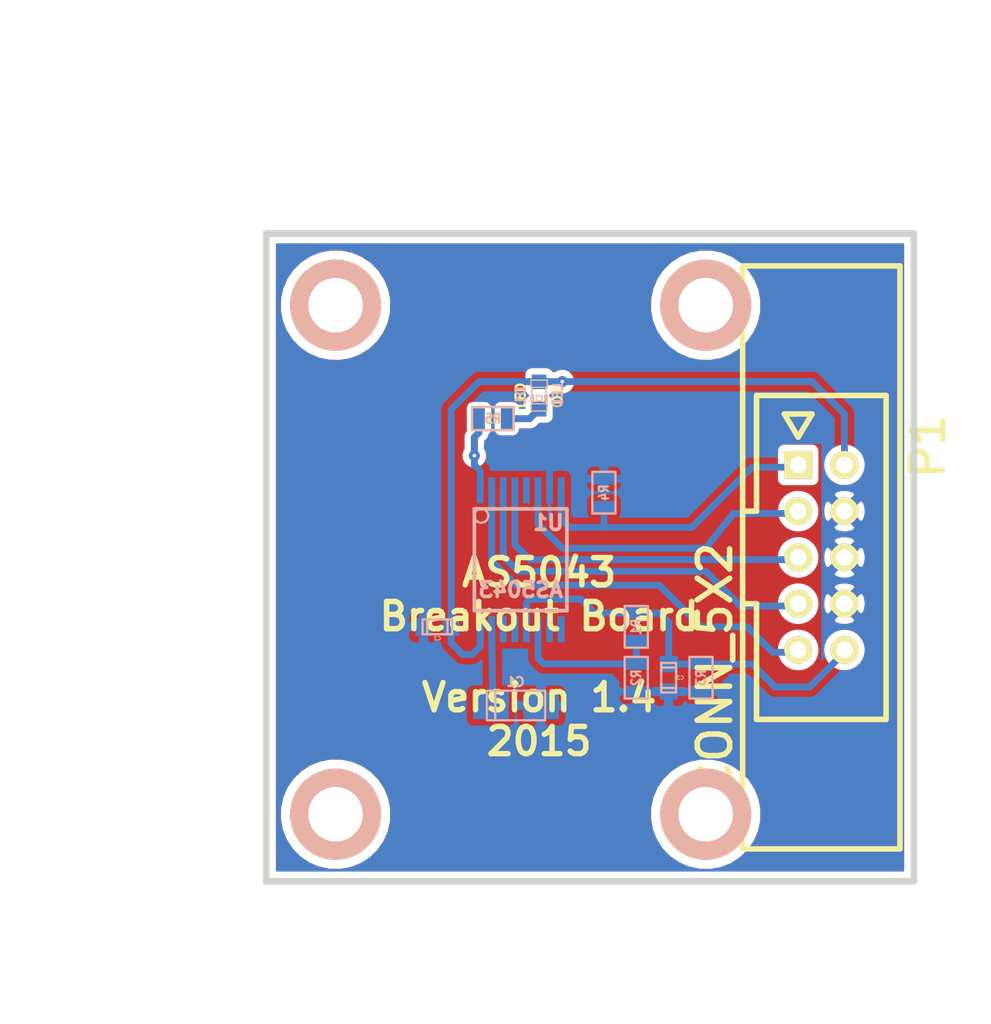
<source format=kicad_pcb>
(kicad_pcb (version 4) (host pcbnew "(2015-11-02 BZR 6290)-product")
  (title_block (date "22 jul 2012"))
  (layers (0 Front signal hide) (31 Back signal) (34 B.Paste user) (35 F.Paste user) (36 B.SilkS user) (37 F.SilkS user hide) (38 B.Mask user) (39 F.Mask user) (44 Edge.Cuts user))
  (net 0 "")
  (net 1 +5V)
  (net 2 /CLK)
  (net 3 /CS)
  (net 4 /DO)
  (net 5 /MODE)
  (net 6 /PROG)
  (net 7 GND)
  (net 8 "Net-(C1-Pad1)")
  (net 9 "Net-(C3-Pad1)")
  (net 10 "Net-(D1-Pad2)")
  (net 11 "Net-(D2-Pad2)")
  (net 12 "Net-(R1-Pad2)")
  (net 13 "Net-(R5-Pad2)")
  (net 14 "Net-(U1-Pad10)")
  (net 15 "Net-(U1-Pad9)")
  (module 1pin (layer Front) (at 55.88 34.925)
    (fp_text reference "" (at 0 -3.048) (layer F.SilkS) (effects (font (size 1.016 1.016) (thickness 0.254))))
    (fp_text value P*** hide)
    (fp_circle (center 0 0) (end 0 -2.286) (layer F.SilkS) (width 0.381))
    (pad 1 thru_hole circle (at 0 -0.00254) (size 5.00126 5.00126) (drill 2.99466) (layers *.Cu *.SilkS *.Mask) (clearance 0.50038))
  )
  (module 1pin (layer Front) (at 35.56 34.925)
    (fp_text reference "" (at 0 -3.048) (layer F.SilkS) (effects (font (size 1.016 1.016) (thickness 0.254))))
    (fp_text value P*** hide)
    (fp_circle (center 0 0) (end 0 -2.286) (layer F.SilkS) (width 0.381))
    (pad 1 thru_hole circle (at 0 -0.00254) (size 5.00126 5.00126) (drill 2.99466) (layers *.Cu *.SilkS *.Mask) (clearance 0.50038))
  )
  (module 1pin (layer Front) (at 55.88 62.865)
    (fp_text reference "" (at 0 -3.048) (layer F.SilkS) (effects (font (size 1.016 1.016) (thickness 0.254))))
    (fp_text value P*** hide)
    (fp_circle (center 0 0) (end 0 -2.286) (layer F.SilkS) (width 0.381))
    (pad 1 thru_hole circle (at 0 0) (size 5.00126 5.00126) (drill 2.99466) (layers *.Cu *.SilkS *.Mask) (clearance 0.50038))
  )
  (module 1pin (layer Front) (at 35.56 62.865)
    (fp_text reference "" (at 0 -3.048) (layer F.SilkS) (effects (font (size 1.016 1.016) (thickness 0.254))))
    (fp_text value P*** hide)
    (fp_circle (center 0 0) (end 0 -2.286) (layer F.SilkS) (width 0.381))
    (pad 1 thru_hole circle (at 0 0) (size 5.00126 5.00126) (drill 2.99466) (layers *.Cu *.SilkS *.Mask) (clearance 0.50038))
  )
  (module smd_capacitors:c_tant_A (layer Back) (at 45.466 56.896 180)
    (fp_text reference C1 (at 0.0254 1.2954 180) (layer B.SilkS) (effects (font (size 0.50038 0.50038) (thickness 0.11938)) (justify mirror)))
    (fp_text value 5uF hide)
    (fp_line (start 1.143 -0.8128) (end 1.143 0.8128) (layer B.SilkS) (width 0.127))
    (fp_line (start -1.6002 0.8128) (end -1.6002 -0.8128) (layer B.SilkS) (width 0.127))
    (fp_line (start -1.6002 -0.8128) (end 1.6002 -0.8128) (layer B.SilkS) (width 0.127))
    (fp_line (start 1.6002 -0.8128) (end 1.6002 0.8128) (layer B.SilkS) (width 0.127))
    (fp_line (start 1.6002 0.8128) (end -1.6002 0.8128) (layer B.SilkS) (width 0.127))
    (pad 1 smd rect (at 1.37414 0 180) (size 1.95072 1.50114) (layers Back B.Paste B.Mask) (net 8 "Net-(C1-Pad1)"))
    (pad 2 smd rect (at -1.37414 0 180) (size 1.95072 1.50114) (layers Back B.Paste B.Mask) (net 7 GND))
  )
  (module smd_capacitors:c_0603 (layer Back) (at 41.148 52.578)
    (fp_text reference C2 (at 0 0.635) (layer B.SilkS) (effects (font (size 0.20066 0.20066) (thickness 0.04064)) (justify mirror)))
    (fp_text value 100nF hide)
    (fp_line (start 0.5588 -0.4064) (end 0.5588 0.4064) (layer B.SilkS) (width 0.127))
    (fp_line (start -0.5588 0.381) (end -0.5588 -0.4064) (layer B.SilkS) (width 0.127))
    (fp_line (start -0.8128 0.4064) (end 0.8128 0.4064) (layer B.SilkS) (width 0.127))
    (fp_line (start 0.8128 0.4064) (end 0.8128 -0.4064) (layer B.SilkS) (width 0.127))
    (fp_line (start 0.8128 -0.4064) (end -0.8128 -0.4064) (layer B.SilkS) (width 0.127))
    (fp_line (start -0.8128 -0.4064) (end -0.8128 0.4064) (layer B.SilkS) (width 0.127))
    (pad 1 smd rect (at 0.75184 0) (size 0.89916 1.00076) (layers Back B.Paste B.Mask) (net 1 +5V))
    (pad 2 smd rect (at -0.75184 0) (size 0.89916 1.00076) (layers Back B.Paste B.Mask) (net 7 GND))
  )
  (module smd_capacitors:c_0603 (layer Back) (at 53.848 55.372 90)
    (fp_text reference C3 (at 0 0.635 360) (layer B.SilkS) (effects (font (size 0.20066 0.20066) (thickness 0.04064)) (justify mirror)))
    (fp_text value 100pf hide)
    (fp_line (start 0.5588 -0.4064) (end 0.5588 0.4064) (layer B.SilkS) (width 0.127))
    (fp_line (start -0.5588 0.381) (end -0.5588 -0.4064) (layer B.SilkS) (width 0.127))
    (fp_line (start -0.8128 0.4064) (end 0.8128 0.4064) (layer B.SilkS) (width 0.127))
    (fp_line (start 0.8128 0.4064) (end 0.8128 -0.4064) (layer B.SilkS) (width 0.127))
    (fp_line (start 0.8128 -0.4064) (end -0.8128 -0.4064) (layer B.SilkS) (width 0.127))
    (fp_line (start -0.8128 -0.4064) (end -0.8128 0.4064) (layer B.SilkS) (width 0.127))
    (pad 1 smd rect (at 0.75184 0 90) (size 0.89916 1.00076) (layers Back B.Paste B.Mask) (net 9 "Net-(C3-Pad1)"))
    (pad 2 smd rect (at -0.75184 0 90) (size 0.89916 1.00076) (layers Back B.Paste B.Mask) (net 7 GND))
  )
  (module led:LED-0603 (layer Back) (at 46.736 39.878 270)
    (fp_text reference D1 (at 0 1.016 270) (layer B.SilkS) (effects (font (size 0.508 0.508) (thickness 0.127)) (justify mirror)))
    (fp_text value LED (at 0 -1.016 270) (layer B.SilkS) (effects (font (size 0.508 0.508) (thickness 0.127)) (justify mirror)))
    (fp_line (start 0.44958 0.44958) (end 0.44958 -0.44958) (layer B.SilkS) (width 0.06604))
    (fp_line (start 0.44958 -0.44958) (end 0.84836 -0.44958) (layer B.SilkS) (width 0.06604))
    (fp_line (start 0.84836 0.44958) (end 0.84836 -0.44958) (layer B.SilkS) (width 0.06604))
    (fp_line (start 0.44958 0.44958) (end 0.84836 0.44958) (layer B.SilkS) (width 0.06604))
    (fp_line (start -0.84836 0.44958) (end -0.84836 -0.44958) (layer B.SilkS) (width 0.06604))
    (fp_line (start -0.84836 -0.44958) (end -0.44958 -0.44958) (layer B.SilkS) (width 0.06604))
    (fp_line (start -0.44958 0.44958) (end -0.44958 -0.44958) (layer B.SilkS) (width 0.06604))
    (fp_line (start -0.84836 0.44958) (end -0.44958 0.44958) (layer B.SilkS) (width 0.06604))
    (fp_line (start 0 0.44958) (end 0 0.29972) (layer B.SilkS) (width 0.06604))
    (fp_line (start 0 0.29972) (end 0.29972 0.29972) (layer B.SilkS) (width 0.06604))
    (fp_line (start 0.29972 0.44958) (end 0.29972 0.29972) (layer B.SilkS) (width 0.06604))
    (fp_line (start 0 0.44958) (end 0.29972 0.44958) (layer B.SilkS) (width 0.06604))
    (fp_line (start 0 -0.29972) (end 0 -0.44958) (layer B.SilkS) (width 0.06604))
    (fp_line (start 0 -0.44958) (end 0.29972 -0.44958) (layer B.SilkS) (width 0.06604))
    (fp_line (start 0.29972 -0.29972) (end 0.29972 -0.44958) (layer B.SilkS) (width 0.06604))
    (fp_line (start 0 -0.29972) (end 0.29972 -0.29972) (layer B.SilkS) (width 0.06604))
    (fp_line (start 0 0.14986) (end 0 -0.14986) (layer B.SilkS) (width 0.06604))
    (fp_line (start 0 -0.14986) (end 0.29972 -0.14986) (layer B.SilkS) (width 0.06604))
    (fp_line (start 0.29972 0.14986) (end 0.29972 -0.14986) (layer B.SilkS) (width 0.06604))
    (fp_line (start 0 0.14986) (end 0.29972 0.14986) (layer B.SilkS) (width 0.06604))
    (fp_line (start 0.44958 0.39878) (end -0.44958 0.39878) (layer B.SilkS) (width 0.1016))
    (fp_line (start 0.44958 -0.39878) (end -0.44958 -0.39878) (layer B.SilkS) (width 0.1016))
    (pad 1 smd rect (at -0.7493 0 270) (size 0.79756 0.79756) (layers Back B.Paste B.Mask) (net 1 +5V))
    (pad 2 smd rect (at 0.7493 0 270) (size 0.79756 0.79756) (layers Back B.Paste B.Mask) (net 10 "Net-(D1-Pad2)"))
  )
  (module led:LED-0603 (layer Front) (at 46.73346 39.878 270)
    (fp_text reference D2 (at 0 -1.016 270) (layer F.SilkS) (effects (font (size 0.508 0.508) (thickness 0.127))))
    (fp_text value LED (at 0 1.016 270) (layer F.SilkS) (effects (font (size 0.508 0.508) (thickness 0.127))))
    (fp_line (start 0.44958 -0.44958) (end 0.44958 0.44958) (layer F.SilkS) (width 0.06604))
    (fp_line (start 0.44958 0.44958) (end 0.84836 0.44958) (layer F.SilkS) (width 0.06604))
    (fp_line (start 0.84836 -0.44958) (end 0.84836 0.44958) (layer F.SilkS) (width 0.06604))
    (fp_line (start 0.44958 -0.44958) (end 0.84836 -0.44958) (layer F.SilkS) (width 0.06604))
    (fp_line (start -0.84836 -0.44958) (end -0.84836 0.44958) (layer F.SilkS) (width 0.06604))
    (fp_line (start -0.84836 0.44958) (end -0.44958 0.44958) (layer F.SilkS) (width 0.06604))
    (fp_line (start -0.44958 -0.44958) (end -0.44958 0.44958) (layer F.SilkS) (width 0.06604))
    (fp_line (start -0.84836 -0.44958) (end -0.44958 -0.44958) (layer F.SilkS) (width 0.06604))
    (fp_line (start 0 -0.44958) (end 0 -0.29972) (layer F.SilkS) (width 0.06604))
    (fp_line (start 0 -0.29972) (end 0.29972 -0.29972) (layer F.SilkS) (width 0.06604))
    (fp_line (start 0.29972 -0.44958) (end 0.29972 -0.29972) (layer F.SilkS) (width 0.06604))
    (fp_line (start 0 -0.44958) (end 0.29972 -0.44958) (layer F.SilkS) (width 0.06604))
    (fp_line (start 0 0.29972) (end 0 0.44958) (layer F.SilkS) (width 0.06604))
    (fp_line (start 0 0.44958) (end 0.29972 0.44958) (layer F.SilkS) (width 0.06604))
    (fp_line (start 0.29972 0.29972) (end 0.29972 0.44958) (layer F.SilkS) (width 0.06604))
    (fp_line (start 0 0.29972) (end 0.29972 0.29972) (layer F.SilkS) (width 0.06604))
    (fp_line (start 0 -0.14986) (end 0 0.14986) (layer F.SilkS) (width 0.06604))
    (fp_line (start 0 0.14986) (end 0.29972 0.14986) (layer F.SilkS) (width 0.06604))
    (fp_line (start 0.29972 -0.14986) (end 0.29972 0.14986) (layer F.SilkS) (width 0.06604))
    (fp_line (start 0 -0.14986) (end 0.29972 -0.14986) (layer F.SilkS) (width 0.06604))
    (fp_line (start 0.44958 -0.39878) (end -0.44958 -0.39878) (layer F.SilkS) (width 0.1016))
    (fp_line (start 0.44958 0.39878) (end -0.44958 0.39878) (layer F.SilkS) (width 0.1016))
    (pad 1 smd rect (at -0.7493 0 270) (size 0.79756 0.79756) (layers Front F.Paste F.Mask) (net 1 +5V))
    (pad 2 smd rect (at 0.7493 0 270) (size 0.79756 0.79756) (layers Front F.Paste F.Mask) (net 11 "Net-(D2-Pad2)"))
  )
  (module he10-lock:he10-lock (layer Front) (at 62.22746 48.768 270)
    (fp_text reference P1 (at -6.096 -5.842 270) (layer F.SilkS) (effects (font (size 1.778 1.778) (thickness 0.3048))))
    (fp_text value CONN_5X2 (at 6.096 5.842 270) (layer F.SilkS) (effects (font (size 1.778 1.778) (thickness 0.3048))))
    (fp_line (start 16.002 -4.318) (end 16.002 4.318) (layer F.SilkS) (width 0.3048))
    (fp_line (start 16.002 4.318) (end -16.002 4.318) (layer F.SilkS) (width 0.3048))
    (fp_line (start -16.002 -4.318) (end 16.002 -4.318) (layer F.SilkS) (width 0.3048))
    (fp_line (start -8.89 3.556) (end -8.89 -3.556) (layer F.SilkS) (width 0.3048))
    (fp_line (start 8.89 3.556) (end 8.89 -3.556) (layer F.SilkS) (width 0.3048))
    (fp_line (start -2.54 4.318) (end -2.54 3.556) (layer F.SilkS) (width 0.3048))
    (fp_line (start -2.54 3.556) (end -8.89 3.556) (layer F.SilkS) (width 0.3048))
    (fp_line (start -8.89 -3.556) (end 8.89 -3.556) (layer F.SilkS) (width 0.3048))
    (fp_line (start 8.89 3.556) (end 2.54 3.556) (layer F.SilkS) (width 0.3048))
    (fp_line (start 2.54 3.556) (end 2.54 4.318) (layer F.SilkS) (width 0.3048))
    (fp_line (start -16.002 4.318) (end -16.002 -4.318) (layer F.SilkS) (width 0.3048))
    (fp_line (start -6.604 1.27) (end -7.874 0.508) (layer F.SilkS) (width 0.3048))
    (fp_line (start -7.874 0.508) (end -7.874 2.032) (layer F.SilkS) (width 0.3048))
    (fp_line (start -7.874 2.032) (end -6.604 1.27) (layer F.SilkS) (width 0.3048))
    (pad 1 thru_hole rect (at -5.08 1.27 270) (size 1.524 1.524) (drill 0.9144) (layers *.Cu *.Mask F.SilkS) (net 6 /PROG))
    (pad 2 thru_hole circle (at -5.08 -1.27 270) (size 1.524 1.524) (drill 0.9144) (layers *.Cu *.Mask F.SilkS) (net 1 +5V))
    (pad 3 thru_hole circle (at -2.54 1.27 270) (size 1.524 1.524) (drill 0.9144) (layers *.Cu *.Mask F.SilkS) (net 4 /DO))
    (pad 4 thru_hole circle (at -2.54 -1.27 270) (size 1.524 1.524) (drill 0.9144) (layers *.Cu *.Mask F.SilkS) (net 7 GND))
    (pad 5 thru_hole circle (at 0 1.27 270) (size 1.524 1.524) (drill 0.9144) (layers *.Cu *.Mask F.SilkS) (net 2 /CLK))
    (pad 6 thru_hole circle (at 0 -1.27 270) (size 1.524 1.524) (drill 0.9144) (layers *.Cu *.Mask F.SilkS) (net 7 GND))
    (pad 7 thru_hole circle (at 2.54 1.27 270) (size 1.524 1.524) (drill 0.9144) (layers *.Cu *.Mask F.SilkS) (net 3 /CS))
    (pad 8 thru_hole circle (at 2.54 -1.27 270) (size 1.524 1.524) (drill 0.9144) (layers *.Cu *.Mask F.SilkS) (net 7 GND))
    (pad 9 thru_hole circle (at 5.08 1.27 270) (size 1.524 1.524) (drill 0.9144) (layers *.Cu *.Mask F.SilkS) (net 5 /MODE))
    (pad 10 thru_hole circle (at 5.08 -1.27 270) (size 1.524 1.524) (drill 0.9144) (layers *.Cu *.Mask F.SilkS) (net 9 "Net-(C3-Pad1)"))
  )
  (module libcms:SM0603 (layer Back) (at 52.07 52.578 270)
    (fp_text reference R1 (at 0 0 270) (layer B.SilkS) (effects (font (size 0.508 0.4572) (thickness 0.1143)) (justify mirror)))
    (fp_text value 33k hide)
    (fp_line (start -1.143 0.635) (end 1.143 0.635) (layer B.SilkS) (width 0.127))
    (fp_line (start 1.143 0.635) (end 1.143 -0.635) (layer B.SilkS) (width 0.127))
    (fp_line (start 1.143 -0.635) (end -1.143 -0.635) (layer B.SilkS) (width 0.127))
    (fp_line (start -1.143 -0.635) (end -1.143 0.635) (layer B.SilkS) (width 0.127))
    (pad 1 smd rect (at -0.762 0 270) (size 0.635 1.143) (layers Back B.Paste B.Mask) (net 9 "Net-(C3-Pad1)"))
    (pad 2 smd rect (at 0.762 0 270) (size 0.635 1.143) (layers Back B.Paste B.Mask) (net 12 "Net-(R1-Pad2)"))
  )
  (module libcms:SM0603 (layer Back) (at 52.07 55.372 270)
    (fp_text reference R2 (at 0 0 270) (layer B.SilkS) (effects (font (size 0.508 0.4572) (thickness 0.1143)) (justify mirror)))
    (fp_text value 33k hide)
    (fp_line (start -1.143 0.635) (end 1.143 0.635) (layer B.SilkS) (width 0.127))
    (fp_line (start 1.143 0.635) (end 1.143 -0.635) (layer B.SilkS) (width 0.127))
    (fp_line (start 1.143 -0.635) (end -1.143 -0.635) (layer B.SilkS) (width 0.127))
    (fp_line (start -1.143 -0.635) (end -1.143 0.635) (layer B.SilkS) (width 0.127))
    (pad 1 smd rect (at -0.762 0 270) (size 0.635 1.143) (layers Back B.Paste B.Mask) (net 12 "Net-(R1-Pad2)"))
    (pad 2 smd rect (at 0.762 0 270) (size 0.635 1.143) (layers Back B.Paste B.Mask) (net 7 GND))
  )
  (module libcms:SM0603 (layer Back) (at 55.62346 55.372 270)
    (fp_text reference R3 (at 0 0 270) (layer B.SilkS) (effects (font (size 0.508 0.4572) (thickness 0.1143)) (justify mirror)))
    (fp_text value 47k hide)
    (fp_line (start -1.143 0.635) (end 1.143 0.635) (layer B.SilkS) (width 0.127))
    (fp_line (start 1.143 0.635) (end 1.143 -0.635) (layer B.SilkS) (width 0.127))
    (fp_line (start 1.143 -0.635) (end -1.143 -0.635) (layer B.SilkS) (width 0.127))
    (fp_line (start -1.143 -0.635) (end -1.143 0.635) (layer B.SilkS) (width 0.127))
    (pad 1 smd rect (at -0.762 0 270) (size 0.635 1.143) (layers Back B.Paste B.Mask) (net 9 "Net-(C3-Pad1)"))
    (pad 2 smd rect (at 0.762 0 270) (size 0.635 1.143) (layers Back B.Paste B.Mask) (net 7 GND))
  )
  (module libcms:SM0603 (layer Back) (at 50.292 45.212 90)
    (fp_text reference R4 (at 0 0 90) (layer B.SilkS) (effects (font (size 0.508 0.4572) (thickness 0.1143)) (justify mirror)))
    (fp_text value 10k hide)
    (fp_line (start -1.143 0.635) (end 1.143 0.635) (layer B.SilkS) (width 0.127))
    (fp_line (start 1.143 0.635) (end 1.143 -0.635) (layer B.SilkS) (width 0.127))
    (fp_line (start 1.143 -0.635) (end -1.143 -0.635) (layer B.SilkS) (width 0.127))
    (fp_line (start -1.143 -0.635) (end -1.143 0.635) (layer B.SilkS) (width 0.127))
    (pad 1 smd rect (at -0.762 0 90) (size 0.635 1.143) (layers Back B.Paste B.Mask) (net 6 /PROG))
    (pad 2 smd rect (at 0.762 0 90) (size 0.635 1.143) (layers Back B.Paste B.Mask) (net 7 GND))
  )
  (module libcms:SM0603 (layer Back) (at 44.196 41.148 180)
    (fp_text reference R5 (at 0 0 180) (layer B.SilkS) (effects (font (size 0.508 0.4572) (thickness 0.1143)) (justify mirror)))
    (fp_text value 1k hide)
    (fp_line (start -1.143 0.635) (end 1.143 0.635) (layer B.SilkS) (width 0.127))
    (fp_line (start 1.143 0.635) (end 1.143 -0.635) (layer B.SilkS) (width 0.127))
    (fp_line (start 1.143 -0.635) (end -1.143 -0.635) (layer B.SilkS) (width 0.127))
    (fp_line (start -1.143 -0.635) (end -1.143 0.635) (layer B.SilkS) (width 0.127))
    (pad 1 smd rect (at -0.762 0 180) (size 0.635 1.143) (layers Back B.Paste B.Mask) (net 10 "Net-(D1-Pad2)"))
    (pad 2 smd rect (at 0.762 0 180) (size 0.635 1.143) (layers Back B.Paste B.Mask) (net 13 "Net-(R5-Pad2)"))
  )
  (module libcms:SM0603 (layer Front) (at 44.196 41.148 180)
    (fp_text reference R6 (at 0 0 180) (layer F.SilkS) (effects (font (size 0.508 0.4572) (thickness 0.1143))))
    (fp_text value 1k hide)
    (fp_line (start -1.143 -0.635) (end 1.143 -0.635) (layer F.SilkS) (width 0.127))
    (fp_line (start 1.143 -0.635) (end 1.143 0.635) (layer F.SilkS) (width 0.127))
    (fp_line (start 1.143 0.635) (end -1.143 0.635) (layer F.SilkS) (width 0.127))
    (fp_line (start -1.143 0.635) (end -1.143 -0.635) (layer F.SilkS) (width 0.127))
    (pad 1 smd rect (at -0.762 0 180) (size 0.635 1.143) (layers Front F.Paste F.Mask) (net 11 "Net-(D2-Pad2)"))
    (pad 2 smd rect (at 0.762 0 180) (size 0.635 1.143) (layers Front F.Paste F.Mask) (net 13 "Net-(R5-Pad2)"))
  )
  (module lib:SSOP16_WIDE (layer Back) (at 45.72 48.895)
    (fp_text reference U1 (at 1.524 -2.032) (layer B.SilkS) (effects (font (size 0.81788 0.81788) (thickness 0.19812)) (justify mirror)))
    (fp_text value AS5043 (at 0 1.651) (layer B.SilkS) (effects (font (size 0.81788 0.81788) (thickness 0.19812)) (justify mirror)))
    (fp_line (start -2.54 -2.794) (end -2.54 2.794) (layer B.SilkS) (width 0.2032))
    (fp_line (start -2.54 2.794) (end 2.54 2.794) (layer B.SilkS) (width 0.2032))
    (fp_line (start 2.54 2.794) (end 2.54 -2.794) (layer B.SilkS) (width 0.2032))
    (fp_line (start 2.54 -2.794) (end -2.54 -2.794) (layer B.SilkS) (width 0.2032))
    (fp_circle (center -2.159 -2.413) (end -2.54 -2.413) (layer B.SilkS) (width 0.127))
    (pad 1 smd rect (at -2.2225 -3.81) (size 0.37592 1.4351) (layers Back B.Paste B.Mask) (net 13 "Net-(R5-Pad2)"))
    (pad 2 smd rect (at -1.5875 -3.81) (size 0.37592 1.4351) (layers Back B.Paste B.Mask) (net 5 /MODE))
    (pad 3 smd rect (at -0.9525 -3.81) (size 0.37592 1.4351) (layers Back B.Paste B.Mask) (net 3 /CS))
    (pad 4 smd rect (at -0.3175 -3.81) (size 0.37592 1.4351) (layers Back B.Paste B.Mask) (net 2 /CLK))
    (pad 5 smd rect (at 0.3175 -3.81) (size 0.37592 1.4351) (layers Back B.Paste B.Mask))
    (pad 6 smd rect (at 0.9525 -3.81) (size 0.37592 1.4351) (layers Back B.Paste B.Mask) (net 4 /DO))
    (pad 7 smd rect (at 1.5875 -3.81) (size 0.37592 1.4351) (layers Back B.Paste B.Mask) (net 7 GND))
    (pad 10 smd rect (at 1.5875 3.81) (size 0.37592 1.4351) (layers Back B.Paste B.Mask) (net 14 "Net-(U1-Pad10)"))
    (pad 11 smd rect (at 0.9525 3.81) (size 0.37592 1.4351) (layers Back B.Paste B.Mask) (net 12 "Net-(R1-Pad2)"))
    (pad 12 smd rect (at 0.3175 3.81) (size 0.37592 1.4351) (layers Back B.Paste B.Mask) (net 9 "Net-(C3-Pad1)"))
    (pad 13 smd rect (at -0.3175 3.81) (size 0.37592 1.4351) (layers Back B.Paste B.Mask))
    (pad 14 smd rect (at -0.9525 3.81) (size 0.37592 1.4351) (layers Back B.Paste B.Mask))
    (pad 15 smd rect (at -1.5875 3.81) (size 0.37592 1.4351) (layers Back B.Paste B.Mask) (net 8 "Net-(C1-Pad1)"))
    (pad 16 smd rect (at -2.2225 3.81) (size 0.37592 1.4351) (layers Back B.Paste B.Mask) (net 1 +5V))
    (pad 8 smd rect (at 2.2225 -3.81) (size 0.37592 1.4351) (layers Back B.Paste B.Mask) (net 6 /PROG))
    (pad 9 smd rect (at 2.2225 3.81) (size 0.37592 1.4351) (layers Back B.Paste B.Mask) (net 15 "Net-(U1-Pad9)"))
  )
  (gr_text "Version 1.4\n2015" (at 46.73346 57.658) (layer F.SilkS) (effects (font (size 1.49606 1.49606) (thickness 0.29718))))
  (gr_text "AS5043\nBreakout Board" (at 46.73346 50.79746) (layer F.SilkS) (effects (font (size 1.49606 1.49606) (thickness 0.29972))))
  (gr_line (start 31.75 66.548) (end 31.75 30.988) (angle 90) (layer Edge.Cuts) (width 0.381))
  (gr_line (start 67.31 30.988) (end 31.75 30.988) (angle 90) (layer Edge.Cuts) (width 0.381))
  (gr_line (start 67.31 66.548) (end 67.31 30.988) (angle 90) (layer Edge.Cuts) (width 0.381))
  (gr_line (start 31.75 66.548) (end 67.31 66.548) (angle 90) (layer Edge.Cuts) (width 0.381))
  (segment (start 41.91 51.562) (end 41.91 52.56784) (width 0.37592) (layer Back) (net 1))
  (segment (start 46.228 39.116) (end 43.434 39.116) (width 0.37592) (layer Back) (net 1))
  (segment (start 41.89984 52.578) (end 41.89984 53.45684) (width 0.37592) (layer Back) (net 1))
  (segment (start 46.736 39.1287) (end 46.2407 39.1287) (width 0.37338) (layer Back) (net 1))
  (segment (start 63.49746 40.89146) (end 63.49746 43.688) (width 0.37592) (layer Back) (net 1))
  (segment (start 46.736 39.1287) (end 47.9933 39.1287) (width 0.37338) (layer Front) (net 1))
  (segment (start 48.006 39.116) (end 46.228 39.116) (width 0.37592) (layer Back) (net 1))
  (segment (start 41.91 51.562) (end 41.91 40.64) (width 0.37592) (layer Back) (net 1))
  (segment (start 43.434 39.116) (end 41.91 40.64) (width 0.37592) (layer Back) (net 1))
  (segment (start 61.722 39.116) (end 48.006 39.116) (width 0.37592) (layer Back) (net 1))
  (segment (start 46.2407 39.1287) (end 46.228 39.116) (width 0.37338) (layer Back) (net 1))
  (segment (start 41.89984 53.45684) (end 42.545 54.102) (width 0.37592) (layer Back) (net 1))
  (segment (start 43.053 54.102) (end 43.434 53.721) (width 0.37592) (layer Back) (net 1))
  (segment (start 42.545 54.102) (end 43.053 54.102) (width 0.37592) (layer Back) (net 1))
  (segment (start 43.4975 53.6575) (end 43.434 53.721) (width 0.37592) (layer Back) (net 1))
  (segment (start 43.4975 53.6575) (end 43.4975 52.705) (width 0.37592) (layer Back) (net 1))
  (segment (start 41.91 52.56784) (end 41.89984 52.578) (width 0.37592) (layer Back) (net 1))
  (via (at 48.006 39.116) (size 0.6) (drill 0.2) (layers Front Back) (net 1))
  (segment (start 47.9933 39.1287) (end 48.006 39.116) (width 0.37338) (layer Front) (net 1))
  (segment (start 63.49746 40.89146) (end 61.722 39.116) (width 0.37592) (layer Back) (net 1))
  (segment (start 60.95492 48.88992) (end 60.96 48.895) (width 0.37592) (layer Back) (net 2))
  (segment (start 45.4025 48.0695) (end 46.22292 48.88992) (width 0.37592) (layer Back) (net 2))
  (segment (start 48.514 48.88992) (end 60.95492 48.88992) (width 0.37592) (layer Back) (net 2))
  (segment (start 46.22292 48.88992) (end 48.514 48.88992) (width 0.37592) (layer Back) (net 2))
  (segment (start 45.4025 45.085) (end 45.4025 48.0695) (width 0.37592) (layer Back) (net 2))
  (segment (start 45.593 49.53) (end 47.625 49.53) (width 0.37592) (layer Back) (net 3))
  (segment (start 47.625 49.53) (end 55.88 49.53) (width 0.37592) (layer Back) (net 3))
  (segment (start 44.7675 48.7045) (end 45.593 49.53) (width 0.37592) (layer Back) (net 3))
  (segment (start 44.7675 48.7045) (end 44.7675 45.085) (width 0.37592) (layer Back) (net 3))
  (segment (start 55.88 49.53) (end 57.785 51.435) (width 0.37592) (layer Back) (net 3))
  (segment (start 60.96 51.435) (end 57.785 51.435) (width 0.37592) (layer Back) (net 3))
  (segment (start 55.88 48.26) (end 57.404 46.355) (width 0.37592) (layer Back) (net 4))
  (segment (start 46.6725 46.9265) (end 47.752 48.006) (width 0.37592) (layer Back) (net 4))
  (segment (start 47.752 48.006) (end 48.006 48.26) (width 0.37592) (layer Back) (net 4))
  (segment (start 46.6725 45.085) (end 46.6725 46.9265) (width 0.37592) (layer Back) (net 4))
  (segment (start 58.42 46.355) (end 60.96 46.355) (width 0.37592) (layer Back) (net 4))
  (segment (start 48.006 48.26) (end 55.88 48.26) (width 0.37592) (layer Back) (net 4))
  (segment (start 57.404 46.355) (end 58.42 46.355) (width 0.37592) (layer Back) (net 4))
  (segment (start 58.166 52.578) (end 55.626 52.578) (width 0.37592) (layer Back) (net 5))
  (segment (start 44.1325 48.9585) (end 45.466 50.292) (width 0.37592) (layer Back) (net 5))
  (segment (start 55.626 52.578) (end 53.594 50.546) (width 0.37592) (layer Back) (net 5))
  (segment (start 44.1325 48.9585) (end 44.1325 45.085) (width 0.37592) (layer Back) (net 5))
  (segment (start 53.34 50.292) (end 53.594 50.546) (width 0.37592) (layer Back) (net 5))
  (segment (start 48.514 50.292) (end 53.34 50.292) (width 0.37592) (layer Back) (net 5))
  (segment (start 45.466 50.292) (end 48.514 50.292) (width 0.37592) (layer Back) (net 5))
  (segment (start 60.96 53.975) (end 59.563 53.975) (width 0.37592) (layer Back) (net 5))
  (segment (start 59.563 53.975) (end 58.166 52.578) (width 0.37592) (layer Back) (net 5))
  (segment (start 50.292 45.974) (end 50.292 47.117) (width 0.37592) (layer Back) (net 6))
  (segment (start 50.292 47.117) (end 50.165 47.117) (width 0.37592) (layer Back) (net 6))
  (segment (start 47.9425 45.085) (end 47.9425 46.6725) (width 0.37592) (layer Back) (net 6))
  (segment (start 60.96 43.815) (end 58.42 43.815) (width 0.37592) (layer Back) (net 6))
  (segment (start 47.9425 46.6725) (end 48.26 46.99) (width 0.37592) (layer Back) (net 6))
  (segment (start 58.42 43.815) (end 55.118 47.117) (width 0.37592) (layer Back) (net 6))
  (segment (start 48.387 47.117) (end 48.26 46.99) (width 0.37592) (layer Back) (net 6))
  (segment (start 55.118 47.117) (end 50.165 47.117) (width 0.37592) (layer Back) (net 6))
  (segment (start 48.387 47.117) (end 50.165 47.117) (width 0.37592) (layer Back) (net 6))
  (segment (start 47.3075 43.7515) (end 47.371 43.688) (width 0.37592) (layer Back) (net 7))
  (segment (start 47.3075 45.085) (end 47.3075 43.7515) (width 0.37592) (layer Back) (net 7))
  (segment (start 44.196 57.15) (end 44.09186 56.896) (width 0.37592) (layer Back) (net 8))
  (segment (start 44.1325 52.705) (end 44.196 57.15) (width 0.37592) (layer Back) (net 8))
  (segment (start 53.848 54.62016) (end 55.6133 54.62016) (width 0.37592) (layer Back) (net 9))
  (segment (start 55.6133 54.62016) (end 58.43016 54.62016) (width 0.37592) (layer Back) (net 9))
  (segment (start 58.43016 54.62016) (end 59.69 55.88) (width 0.37592) (layer Back) (net 9))
  (segment (start 59.69 55.88) (end 61.595 55.88) (width 0.37592) (layer Back) (net 9))
  (segment (start 61.595 55.88) (end 63.49746 53.97754) (width 0.37592) (layer Back) (net 9))
  (segment (start 63.49746 53.97754) (end 63.49746 53.848) (width 0.37592) (layer Back) (net 9))
  (segment (start 53.848 54.62016) (end 53.848 52.324) (width 0.37592) (layer Back) (net 9))
  (segment (start 53.35016 51.82616) (end 53.848 52.324) (width 0.37592) (layer Back) (net 9))
  (segment (start 46.0375 51.2445) (end 46.228 51.054) (width 0.37592) (layer Back) (net 9))
  (segment (start 46.0375 52.705) (end 46.0375 51.2445) (width 0.37592) (layer Back) (net 9))
  (segment (start 46.228 51.054) (end 49.022 51.054) (width 0.37592) (layer Back) (net 9))
  (segment (start 49.784 51.816) (end 49.022 51.054) (width 0.37592) (layer Back) (net 9))
  (segment (start 52.05984 51.816) (end 52.07 51.82616) (width 0.37592) (layer Back) (net 9))
  (segment (start 49.784 51.816) (end 52.05984 51.816) (width 0.37592) (layer Back) (net 9))
  (segment (start 53.35016 51.82616) (end 52.07 51.82616) (width 0.37592) (layer Back) (net 9))
  (segment (start 44.958 41.148) (end 46.2153 41.148) (width 0.37592) (layer Back) (net 10))
  (segment (start 46.2153 41.148) (end 46.736 40.6273) (width 0.37592) (layer Back) (net 10))
  (segment (start 46.2153 41.148) (end 46.736 40.6273) (width 0.37592) (layer Back) (net 10))
  (segment (start 45.20184 41.148) (end 46.2153 41.148) (width 0.37592) (layer Back) (net 10))
  (segment (start 46.21276 41.148) (end 46.73346 40.6273) (width 0.37592) (layer Front) (net 11))
  (segment (start 45.20184 41.148) (end 46.21276 41.148) (width 0.37592) (layer Front) (net 11))
  (segment (start 52.05984 54.61) (end 52.07 54.62016) (width 0.37592) (layer Back) (net 12))
  (segment (start 46.99 54.61) (end 52.05984 54.61) (width 0.37592) (layer Back) (net 12))
  (segment (start 46.6725 54.2925) (end 46.99 54.61) (width 0.37592) (layer Back) (net 12))
  (segment (start 52.07 53.32984) (end 52.07 54.62016) (width 0.37592) (layer Back) (net 12))
  (segment (start 46.6725 52.705) (end 46.6725 54.2925) (width 0.37592) (layer Back) (net 12))
  (segment (start 43.434 41.148) (end 43.434 41.91) (width 0.37592) (layer Front) (net 13))
  (via (at 43.18 43.18) (size 0.6) (drill 0.2) (layers Front Back) (net 13))
  (segment (start 43.18 42.164) (end 43.18 43.18) (width 0.37592) (layer Front) (net 13))
  (segment (start 43.434 41.91) (end 43.18 42.164) (width 0.37592) (layer Front) (net 13))
  (segment (start 43.4975 45.085) (end 43.4975 44.0055) (width 0.37592) (layer Back) (net 13))
  (segment (start 43.434 41.91) (end 43.18 42.164) (width 0.37592) (layer Back) (net 13))
  (segment (start 43.18 42.164) (end 43.18 42.672) (width 0.37592) (layer Back) (net 13))
  (segment (start 43.434 41.91) (end 43.434 41.148) (width 0.37592) (layer Back) (net 13))
  (segment (start 43.18 43.688) (end 43.18 43.18) (width 0.37592) (layer Back) (net 13))
  (segment (start 43.18 43.18) (end 43.18 42.672) (width 0.37592) (layer Back) (net 13))
  (segment (start 43.4975 44.0055) (end 43.18 43.688) (width 0.37592) (layer Back) (net 13))
  (zone (net 7) (net_name GND) (layer Back) (connect_pads (clearance 0.34798)) (min_thickness 0.09906) (fill yes (arc_segments 32) (thermal_gap 0.34798) (thermal_bridge_width 0.4953))
    (polygon (pts (xy 67.31 66.675) (xy 67.31 31.115) (xy 31.75 31.115) (xy 31.75 66.675)))
  )
  (zone (net 7) (net_name GND) (layer Front) (connect_pads (clearance 0.34798)) (min_thickness 0.09906) (fill yes (mode segment) (arc_segments 32) (thermal_gap 0.34798) (thermal_bridge_width 0.4953))
    (polygon (pts (xy 67.31 66.548) (xy 67.564 30.988) (xy 32.004 30.988) (xy 31.75 66.548)))
  )
  (zone (net 0) (net_name "") (layer Back) (connect_pads (clearance 0.4)) (min_thickness 0.254)
    (keepout (tracks allowed) (vias allowed) (copperpour not_allowed))
    (fill (arc_segments 16) (thermal_gap 0.4) (thermal_bridge_width 0.4))
    (polygon (pts (xy 61.595 54.61) (xy 57.15 54.61) (xy 57.15 55.245) (xy 56.515 55.88) (xy 51.435 55.88) (xy 50.8 55.245) (xy 50.8 53.975) (xy 55.245 53.975) (xy 55.245 46.99) (xy 58.42 43.815) (xy 60.325 43.815) (xy 60.325 42.545) (xy 62.23 42.545) (xy 62.23 54.61)))
  )
)
</source>
